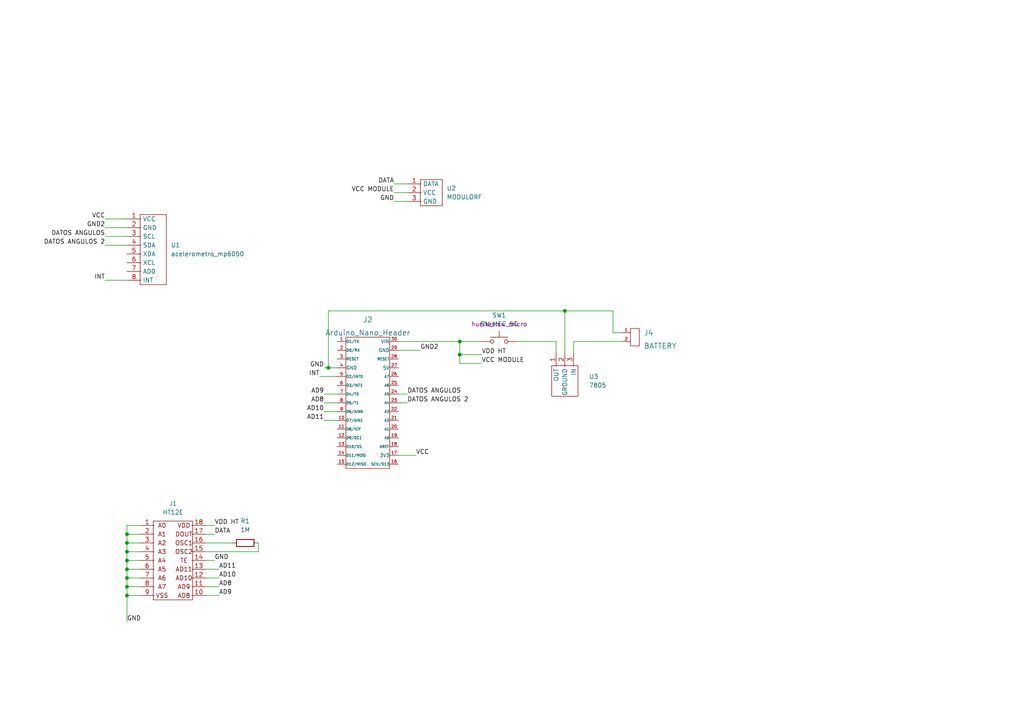
<source format=kicad_sch>
(kicad_sch (version 20211123) (generator eeschema)

  (uuid 698d0aaf-842a-4ae0-88bf-aa8aee364e6f)

  (paper "A4")

  (lib_symbols
    (symbol "Device:R" (pin_numbers hide) (pin_names (offset 0)) (in_bom yes) (on_board yes)
      (property "Reference" "R" (id 0) (at 2.032 0 90)
        (effects (font (size 1.27 1.27)))
      )
      (property "Value" "R" (id 1) (at 0 0 90)
        (effects (font (size 1.27 1.27)))
      )
      (property "Footprint" "" (id 2) (at -1.778 0 90)
        (effects (font (size 1.27 1.27)) hide)
      )
      (property "Datasheet" "~" (id 3) (at 0 0 0)
        (effects (font (size 1.27 1.27)) hide)
      )
      (property "ki_keywords" "R res resistor" (id 4) (at 0 0 0)
        (effects (font (size 1.27 1.27)) hide)
      )
      (property "ki_description" "Resistor" (id 5) (at 0 0 0)
        (effects (font (size 1.27 1.27)) hide)
      )
      (property "ki_fp_filters" "R_*" (id 6) (at 0 0 0)
        (effects (font (size 1.27 1.27)) hide)
      )
      (symbol "R_0_1"
        (rectangle (start -1.016 -2.54) (end 1.016 2.54)
          (stroke (width 0.254) (type default) (color 0 0 0 0))
          (fill (type none))
        )
      )
      (symbol "R_1_1"
        (pin passive line (at 0 3.81 270) (length 1.27)
          (name "~" (effects (font (size 1.27 1.27))))
          (number "1" (effects (font (size 1.27 1.27))))
        )
        (pin passive line (at 0 -3.81 90) (length 1.27)
          (name "~" (effects (font (size 1.27 1.27))))
          (number "2" (effects (font (size 1.27 1.27))))
        )
      )
    )
    (symbol "EESTN5:Arduino_Nano_Header" (pin_names (offset 0.0254)) (in_bom yes) (on_board yes)
      (property "Reference" "J" (id 0) (at 0 20.32 0)
        (effects (font (size 1.524 1.524)))
      )
      (property "Value" "Arduino_Nano_Header" (id 1) (at 0 -20.32 0)
        (effects (font (size 1.524 1.524)))
      )
      (property "Footprint" "" (id 2) (at 0 0 0)
        (effects (font (size 1.524 1.524)))
      )
      (property "Datasheet" "" (id 3) (at 0 0 0)
        (effects (font (size 1.524 1.524)))
      )
      (symbol "Arduino_Nano_Header_0_1"
        (rectangle (start 6.35 -19.05) (end -6.35 19.05)
          (stroke (width 0) (type default) (color 0 0 0 0))
          (fill (type none))
        )
      )
      (symbol "Arduino_Nano_Header_1_1"
        (pin passive line (at -8.89 17.78 0) (length 2.54)
          (name "D1/TX" (effects (font (size 0.7874 0.7874))))
          (number "1" (effects (font (size 0.889 0.889))))
        )
        (pin passive line (at -8.89 -5.08 0) (length 2.54)
          (name "D7/AIN1" (effects (font (size 0.762 0.762))))
          (number "10" (effects (font (size 0.889 0.889))))
        )
        (pin passive line (at -8.89 -7.62 0) (length 2.54)
          (name "D8/ICP" (effects (font (size 0.762 0.762))))
          (number "11" (effects (font (size 0.889 0.889))))
        )
        (pin passive line (at -8.89 -10.16 0) (length 2.54)
          (name "D9/0C1" (effects (font (size 0.762 0.762))))
          (number "12" (effects (font (size 0.889 0.889))))
        )
        (pin passive line (at -8.89 -12.7 0) (length 2.54)
          (name "D10/SS" (effects (font (size 0.762 0.762))))
          (number "13" (effects (font (size 0.889 0.889))))
        )
        (pin passive line (at -8.89 -15.24 0) (length 2.54)
          (name "D11/MOSI" (effects (font (size 0.762 0.762))))
          (number "14" (effects (font (size 0.889 0.889))))
        )
        (pin passive line (at -8.89 -17.78 0) (length 2.54)
          (name "D12/MISO" (effects (font (size 0.762 0.762))))
          (number "15" (effects (font (size 0.889 0.889))))
        )
        (pin passive line (at 8.89 -17.78 180) (length 2.54)
          (name "SCK/D13" (effects (font (size 0.762 0.762))))
          (number "16" (effects (font (size 0.889 0.889))))
        )
        (pin passive line (at 8.89 -15.24 180) (length 2.54)
          (name "3V3" (effects (font (size 0.9906 0.9906))))
          (number "17" (effects (font (size 0.889 0.889))))
        )
        (pin passive line (at 8.89 -12.7 180) (length 2.54)
          (name "AREF" (effects (font (size 0.762 0.762))))
          (number "18" (effects (font (size 0.889 0.889))))
        )
        (pin passive line (at 8.89 -10.16 180) (length 2.54)
          (name "A0" (effects (font (size 0.762 0.762))))
          (number "19" (effects (font (size 0.889 0.889))))
        )
        (pin passive line (at -8.89 15.24 0) (length 2.54)
          (name "D0/RX" (effects (font (size 0.7874 0.7874))))
          (number "2" (effects (font (size 0.889 0.889))))
        )
        (pin passive line (at 8.89 -7.62 180) (length 2.54)
          (name "A1" (effects (font (size 0.762 0.762))))
          (number "20" (effects (font (size 0.889 0.889))))
        )
        (pin passive line (at 8.89 -5.08 180) (length 2.54)
          (name "A2" (effects (font (size 0.762 0.762))))
          (number "21" (effects (font (size 0.889 0.889))))
        )
        (pin passive line (at 8.89 -2.54 180) (length 2.54)
          (name "A3" (effects (font (size 0.762 0.762))))
          (number "22" (effects (font (size 0.889 0.889))))
        )
        (pin passive line (at 8.89 0 180) (length 2.54)
          (name "A4" (effects (font (size 0.762 0.762))))
          (number "23" (effects (font (size 0.889 0.889))))
        )
        (pin passive line (at 8.89 2.54 180) (length 2.54)
          (name "A5" (effects (font (size 0.762 0.762))))
          (number "24" (effects (font (size 0.889 0.889))))
        )
        (pin passive line (at 8.89 5.08 180) (length 2.54)
          (name "A6" (effects (font (size 0.762 0.762))))
          (number "25" (effects (font (size 0.889 0.889))))
        )
        (pin passive line (at 8.89 7.62 180) (length 2.54)
          (name "A7" (effects (font (size 0.762 0.762))))
          (number "26" (effects (font (size 0.889 0.889))))
        )
        (pin passive line (at 8.89 10.16 180) (length 2.54)
          (name "5V" (effects (font (size 0.9906 0.9906))))
          (number "27" (effects (font (size 0.889 0.889))))
        )
        (pin passive line (at 8.89 12.7 180) (length 2.54)
          (name "RESET" (effects (font (size 0.762 0.762))))
          (number "28" (effects (font (size 0.889 0.889))))
        )
        (pin passive line (at 8.89 15.24 180) (length 2.54)
          (name "GND" (effects (font (size 0.9906 0.9906))))
          (number "29" (effects (font (size 0.889 0.889))))
        )
        (pin passive line (at -8.89 12.7 0) (length 2.54)
          (name "RESET" (effects (font (size 0.7874 0.7874))))
          (number "3" (effects (font (size 0.889 0.889))))
        )
        (pin passive line (at 8.89 17.78 180) (length 2.54)
          (name "VIN" (effects (font (size 0.9906 0.9906))))
          (number "30" (effects (font (size 0.889 0.889))))
        )
        (pin passive line (at -8.89 10.16 0) (length 2.54)
          (name "GND" (effects (font (size 0.9906 0.9906))))
          (number "4" (effects (font (size 0.889 0.889))))
        )
        (pin passive line (at -8.89 7.62 0) (length 2.54)
          (name "D2/INT0" (effects (font (size 0.762 0.762))))
          (number "5" (effects (font (size 0.889 0.889))))
        )
        (pin passive line (at -8.89 5.08 0) (length 2.54)
          (name "D3/INT1" (effects (font (size 0.762 0.762))))
          (number "6" (effects (font (size 0.889 0.889))))
        )
        (pin passive line (at -8.89 2.54 0) (length 2.54)
          (name "D4/T0" (effects (font (size 0.762 0.762))))
          (number "7" (effects (font (size 0.889 0.889))))
        )
        (pin passive line (at -8.89 0 0) (length 2.54)
          (name "D5/T1" (effects (font (size 0.762 0.762))))
          (number "8" (effects (font (size 0.889 0.889))))
        )
        (pin passive line (at -8.89 -2.54 0) (length 2.54)
          (name "D6/AIN0" (effects (font (size 0.762 0.762))))
          (number "9" (effects (font (size 0.889 0.889))))
        )
      )
    )
    (symbol "EESTN5:HEADER_2" (pin_names (offset 0)) (in_bom yes) (on_board yes)
      (property "Reference" "J" (id 0) (at 1.27 3.81 0)
        (effects (font (size 1.524 1.524)))
      )
      (property "Value" "HEADER_2" (id 1) (at 1.27 -5.08 0)
        (effects (font (size 1.524 1.524)))
      )
      (property "Footprint" "" (id 2) (at 0 6.35 0)
        (effects (font (size 1.524 1.524)))
      )
      (property "Datasheet" "" (id 3) (at 0 6.35 0)
        (effects (font (size 1.524 1.524)))
      )
      (property "ki_fp_filters" "SIL* HEADER* JST* PIN*" (id 4) (at 0 0 0)
        (effects (font (size 1.27 1.27)) hide)
      )
      (symbol "HEADER_2_0_1"
        (rectangle (start 0 2.54) (end 2.54 -2.54)
          (stroke (width 0) (type default) (color 0 0 0 0))
          (fill (type none))
        )
      )
      (symbol "HEADER_2_1_1"
        (pin passive line (at -2.54 1.27 0) (length 2.54)
          (name "~" (effects (font (size 1.27 1.27))))
          (number "1" (effects (font (size 0.889 0.889))))
        )
        (pin passive line (at -2.54 -1.27 0) (length 2.54)
          (name "~" (effects (font (size 1.27 1.27))))
          (number "2" (effects (font (size 0.889 0.889))))
        )
      )
    )
    (symbol "Switch:SW_MEC_5G" (pin_numbers hide) (pin_names (offset 1.016) hide) (in_bom yes) (on_board yes)
      (property "Reference" "SW" (id 0) (at 1.27 2.54 0)
        (effects (font (size 1.27 1.27)) (justify left))
      )
      (property "Value" "SW_MEC_5G" (id 1) (at 0 -1.524 0)
        (effects (font (size 1.27 1.27)))
      )
      (property "Footprint" "" (id 2) (at 0 5.08 0)
        (effects (font (size 1.27 1.27)) hide)
      )
      (property "Datasheet" "http://www.apem.com/int/index.php?controller=attachment&id_attachment=488" (id 3) (at 0 5.08 0)
        (effects (font (size 1.27 1.27)) hide)
      )
      (property "ki_keywords" "switch normally-open pushbutton push-button" (id 4) (at 0 0 0)
        (effects (font (size 1.27 1.27)) hide)
      )
      (property "ki_description" "MEC 5G single pole normally-open tactile switch" (id 5) (at 0 0 0)
        (effects (font (size 1.27 1.27)) hide)
      )
      (property "ki_fp_filters" "SW*MEC*5G*" (id 6) (at 0 0 0)
        (effects (font (size 1.27 1.27)) hide)
      )
      (symbol "SW_MEC_5G_0_1"
        (circle (center -2.032 0) (radius 0.508)
          (stroke (width 0) (type default) (color 0 0 0 0))
          (fill (type none))
        )
        (polyline
          (pts
            (xy 0 1.27)
            (xy 0 3.048)
          )
          (stroke (width 0) (type default) (color 0 0 0 0))
          (fill (type none))
        )
        (polyline
          (pts
            (xy 2.54 1.27)
            (xy -2.54 1.27)
          )
          (stroke (width 0) (type default) (color 0 0 0 0))
          (fill (type none))
        )
        (circle (center 2.032 0) (radius 0.508)
          (stroke (width 0) (type default) (color 0 0 0 0))
          (fill (type none))
        )
        (pin passive line (at -5.08 0 0) (length 2.54)
          (name "A" (effects (font (size 1.27 1.27))))
          (number "1" (effects (font (size 1.27 1.27))))
        )
        (pin passive line (at 5.08 0 180) (length 2.54)
          (name "B" (effects (font (size 1.27 1.27))))
          (number "3" (effects (font (size 1.27 1.27))))
        )
      )
      (symbol "SW_MEC_5G_1_1"
        (pin passive line (at -5.08 0 0) (length 2.54) hide
          (name "A" (effects (font (size 1.27 1.27))))
          (number "2" (effects (font (size 1.27 1.27))))
        )
        (pin passive line (at 5.08 0 180) (length 2.54) hide
          (name "B" (effects (font (size 1.27 1.27))))
          (number "4" (effects (font (size 1.27 1.27))))
        )
      )
    )
    (symbol "benitez:7805" (in_bom yes) (on_board yes)
      (property "Reference" "U" (id 0) (at 0 0 0)
        (effects (font (size 1.27 1.27)))
      )
      (property "Value" "7805" (id 1) (at 0 -2.54 0)
        (effects (font (size 1.27 1.27)))
      )
      (property "Footprint" "" (id 2) (at 0 0 0)
        (effects (font (size 1.27 1.27)) hide)
      )
      (property "Datasheet" "" (id 3) (at 0 0 0)
        (effects (font (size 1.27 1.27)) hide)
      )
      (symbol "7805_0_1"
        (rectangle (start -2.54 13.97) (end 6.35 6.35)
          (stroke (width 0) (type default) (color 0 0 0 0))
          (fill (type none))
        )
        (rectangle (start -2.54 16.51) (end -2.54 16.51)
          (stroke (width 0) (type default) (color 0 0 0 0))
          (fill (type none))
        )
      )
      (symbol "7805_1_1"
        (pin input line (at -6.35 7.62 0) (length 4.064)
          (name "OUT" (effects (font (size 1.27 1.27))))
          (number "1" (effects (font (size 1.27 1.27))))
        )
        (pin input line (at -6.35 10.16 0) (length 4.064)
          (name "GROUND" (effects (font (size 1.27 1.27))))
          (number "2" (effects (font (size 1.27 1.27))))
        )
        (pin input line (at -6.35 12.7 0) (length 4.064)
          (name "IN" (effects (font (size 1.27 1.27))))
          (number "3" (effects (font (size 1.27 1.27))))
        )
      )
    )
    (symbol "benitez:MODULORF" (in_bom yes) (on_board yes)
      (property "Reference" "U" (id 0) (at 0 -5.08 0)
        (effects (font (size 1.27 1.27)))
      )
      (property "Value" "MODULORF" (id 1) (at 0 -2.54 0)
        (effects (font (size 1.27 1.27)))
      )
      (property "Footprint" "" (id 2) (at 0 0 0)
        (effects (font (size 1.27 1.27)) hide)
      )
      (property "Datasheet" "" (id 3) (at 0 0 0)
        (effects (font (size 1.27 1.27)) hide)
      )
      (symbol "MODULORF_0_1"
        (rectangle (start -1.27 7.62) (end 5.08 0)
          (stroke (width 0) (type default) (color 0 0 0 0))
          (fill (type none))
        )
      )
      (symbol "MODULORF_1_1"
        (pin input line (at -5.08 6.35 0) (length 4.064)
          (name "DATA" (effects (font (size 1.27 1.27))))
          (number "1" (effects (font (size 1.27 1.27))))
        )
        (pin power_in line (at -5.08 3.81 0) (length 4.064)
          (name "VCC" (effects (font (size 1.27 1.27))))
          (number "2" (effects (font (size 1.27 1.27))))
        )
        (pin power_in line (at -5.08 1.27 0) (length 4.064)
          (name "GND" (effects (font (size 1.27 1.27))))
          (number "3" (effects (font (size 1.27 1.27))))
        )
      )
    )
    (symbol "proyecto benitez:HT12E" (pin_names (offset 1.016) hide) (in_bom yes) (on_board yes)
      (property "Reference" "J?" (id 0) (at 1.27 13.97 0)
        (effects (font (size 1.27 1.27)))
      )
      (property "Value" "HT12E" (id 1) (at 0 11.43 0)
        (effects (font (size 1.27 1.27)))
      )
      (property "Footprint" "" (id 2) (at -2.54 0 0)
        (effects (font (size 1.27 1.27)) hide)
      )
      (property "Datasheet" "~" (id 3) (at -2.54 0 0)
        (effects (font (size 1.27 1.27)) hide)
      )
      (property "ki_keywords" "connector" (id 4) (at 0 0 0)
        (effects (font (size 1.27 1.27)) hide)
      )
      (property "ki_description" "DIN41612 connector, double row (AC) even pins only, 02x08, script generated (kicad-library-utils/schlib/autogen/connector/)" (id 5) (at 0 0 0)
        (effects (font (size 1.27 1.27)) hide)
      )
      (property "ki_fp_filters" "DIN41612*2x*" (id 6) (at 0 0 0)
        (effects (font (size 1.27 1.27)) hide)
      )
      (symbol "HT12E_0_0"
        (text "A0" (at -2.54 7.62 0)
          (effects (font (size 1.27 1.27)))
        )
        (text "A1" (at -2.54 5.08 0)
          (effects (font (size 1.27 1.27)))
        )
        (text "A2" (at -2.54 2.54 0)
          (effects (font (size 1.27 1.27)))
        )
        (text "A3" (at -2.54 0 0)
          (effects (font (size 1.27 1.27)))
        )
        (text "A4" (at -2.54 -2.54 0)
          (effects (font (size 1.27 1.27)))
        )
        (text "A5" (at -2.54 -5.08 0)
          (effects (font (size 1.27 1.27)))
        )
        (text "A6" (at -2.54 -7.62 0)
          (effects (font (size 1.27 1.27)))
        )
        (text "A7" (at -2.54 -10.16 0)
          (effects (font (size 1.27 1.27)))
        )
        (text "AD10" (at 3.81 -7.62 0)
          (effects (font (size 1.27 1.27)))
        )
        (text "AD11" (at 3.81 -5.08 0)
          (effects (font (size 1.27 1.27)))
        )
        (text "AD8" (at 3.81 -12.7 0)
          (effects (font (size 1.27 1.27)))
        )
        (text "AD9" (at 3.81 -10.16 0)
          (effects (font (size 1.27 1.27)))
        )
        (text "DOUT" (at 3.81 5.08 0)
          (effects (font (size 1.27 1.27)))
        )
        (text "OSC1" (at 3.81 2.54 0)
          (effects (font (size 1.27 1.27)))
        )
        (text "OSC2" (at 3.81 0 0)
          (effects (font (size 1.27 1.27)))
        )
        (text "TE" (at 3.81 -2.54 0)
          (effects (font (size 1.27 1.27)))
        )
        (text "VDD" (at 3.81 7.62 0)
          (effects (font (size 1.27 1.27)))
        )
        (text "VSS" (at -2.54 -12.7 0)
          (effects (font (size 1.27 1.27)))
        )
      )
      (symbol "HT12E_0_1"
        (rectangle (start -5.08 8.89) (end 6.35 -13.97)
          (stroke (width 0) (type default) (color 0 0 0 0))
          (fill (type none))
        )
      )
      (symbol "HT12E_1_1"
        (pin output line (at -8.89 7.62 0) (length 4.064)
          (name "A0" (effects (font (size 1.27 1.27))))
          (number "1" (effects (font (size 1.27 1.27))))
        )
        (pin input line (at 10.16 -12.7 180) (length 4.064)
          (name "" (effects (font (size 1.27 1.27))))
          (number "10" (effects (font (size 1.27 1.27))))
        )
        (pin input line (at 10.16 -10.16 180) (length 4.064)
          (name "" (effects (font (size 1.27 1.27))))
          (number "11" (effects (font (size 1.27 1.27))))
        )
        (pin input line (at 10.16 -7.62 180) (length 4.064)
          (name "" (effects (font (size 1.27 1.27))))
          (number "12" (effects (font (size 1.27 1.27))))
        )
        (pin input line (at 10.16 -5.08 180) (length 4.064)
          (name "" (effects (font (size 1.27 1.27))))
          (number "13" (effects (font (size 1.27 1.27))))
        )
        (pin input line (at 10.16 -2.54 180) (length 4.064)
          (name "" (effects (font (size 1.27 1.27))))
          (number "14" (effects (font (size 1.27 1.27))))
        )
        (pin input line (at 10.16 0 180) (length 4.064)
          (name "" (effects (font (size 1.27 1.27))))
          (number "15" (effects (font (size 1.27 1.27))))
        )
        (pin input line (at 10.16 2.54 180) (length 4.064)
          (name "" (effects (font (size 1.27 1.27))))
          (number "16" (effects (font (size 1.27 1.27))))
        )
        (pin input line (at 10.16 5.08 180) (length 4.064)
          (name "" (effects (font (size 1.27 1.27))))
          (number "17" (effects (font (size 1.27 1.27))))
        )
        (pin input line (at 10.16 7.62 180) (length 4.064)
          (name "" (effects (font (size 1.27 1.27))))
          (number "18" (effects (font (size 1.27 1.27))))
        )
        (pin input line (at -8.89 5.08 0) (length 4.064)
          (name "A1" (effects (font (size 1.27 1.27))))
          (number "2" (effects (font (size 1.27 1.27))))
        )
        (pin input line (at -8.89 2.54 0) (length 4.064)
          (name "" (effects (font (size 1.27 1.27))))
          (number "3" (effects (font (size 1.27 1.27))))
        )
        (pin input line (at -8.89 0 0) (length 4.064)
          (name "" (effects (font (size 1.27 1.27))))
          (number "4" (effects (font (size 1.27 1.27))))
        )
        (pin input line (at -8.89 -2.54 0) (length 4.064)
          (name "" (effects (font (size 1.27 1.27))))
          (number "5" (effects (font (size 1.27 1.27))))
        )
        (pin input line (at -8.89 -5.08 0) (length 4.064)
          (name "" (effects (font (size 1.27 1.27))))
          (number "6" (effects (font (size 1.27 1.27))))
        )
        (pin input line (at -8.89 -7.62 0) (length 4.064)
          (name "" (effects (font (size 1.27 1.27))))
          (number "7" (effects (font (size 1.27 1.27))))
        )
        (pin input line (at -8.89 -10.16 0) (length 4.064)
          (name "" (effects (font (size 1.27 1.27))))
          (number "8" (effects (font (size 1.27 1.27))))
        )
        (pin input line (at -8.89 -12.7 0) (length 4.064)
          (name "" (effects (font (size 1.27 1.27))))
          (number "9" (effects (font (size 1.27 1.27))))
        )
      )
    )
    (symbol "proyecto benitez:acelerometro_mp6050" (in_bom yes) (on_board yes)
      (property "Reference" "U" (id 0) (at 0 0 0)
        (effects (font (size 1.27 1.27)))
      )
      (property "Value" "acelerometro_mp6050" (id 1) (at 0 -2.54 0)
        (effects (font (size 1.27 1.27)))
      )
      (property "Footprint" "" (id 2) (at 0 0 0)
        (effects (font (size 1.27 1.27)) hide)
      )
      (property "Datasheet" "" (id 3) (at 0 0 0)
        (effects (font (size 1.27 1.27)) hide)
      )
      (symbol "acelerometro_mp6050_0_1"
        (rectangle (start -1.27 22.86) (end 6.35 2.54)
          (stroke (width 0) (type default) (color 0 0 0 0))
          (fill (type none))
        )
      )
      (symbol "acelerometro_mp6050_1_1"
        (pin power_in line (at -5.08 21.59 0) (length 4.064)
          (name "VCC" (effects (font (size 1.27 1.27))))
          (number "1" (effects (font (size 1.27 1.27))))
        )
        (pin power_in line (at -5.08 19.05 0) (length 4.064)
          (name "GND" (effects (font (size 1.27 1.27))))
          (number "2" (effects (font (size 1.27 1.27))))
        )
        (pin output line (at -5.08 16.51 0) (length 4.064)
          (name "SCL" (effects (font (size 1.27 1.27))))
          (number "3" (effects (font (size 1.27 1.27))))
        )
        (pin output line (at -5.08 13.97 0) (length 4.064)
          (name "SDA" (effects (font (size 1.27 1.27))))
          (number "4" (effects (font (size 1.27 1.27))))
        )
        (pin output line (at -5.08 11.43 0) (length 4.064)
          (name "XDA" (effects (font (size 1.27 1.27))))
          (number "5" (effects (font (size 1.27 1.27))))
        )
        (pin output line (at -5.08 8.89 0) (length 4.064)
          (name "XCL" (effects (font (size 1.27 1.27))))
          (number "6" (effects (font (size 1.27 1.27))))
        )
        (pin output line (at -5.08 6.35 0) (length 4.064)
          (name "AD0" (effects (font (size 1.27 1.27))))
          (number "7" (effects (font (size 1.27 1.27))))
        )
        (pin input line (at -5.08 3.81 0) (length 4.064)
          (name "INT" (effects (font (size 1.27 1.27))))
          (number "8" (effects (font (size 1.27 1.27))))
        )
      )
    )
  )

  (junction (at 36.83 162.56) (diameter 0) (color 0 0 0 0)
    (uuid 0a0c9664-0f98-4634-8eec-62d80397a7cd)
  )
  (junction (at 36.83 167.64) (diameter 0) (color 0 0 0 0)
    (uuid 14b819ff-e5ac-49ae-a265-99d48393a693)
  )
  (junction (at 36.83 157.48) (diameter 0) (color 0 0 0 0)
    (uuid 4dd9093c-58ca-4155-8b63-b5b7b256e630)
  )
  (junction (at 36.83 170.18) (diameter 0) (color 0 0 0 0)
    (uuid 586fe29b-4092-47a8-859c-23511c2e85f0)
  )
  (junction (at 133.35 102.87) (diameter 0) (color 0 0 0 0)
    (uuid 8bd02402-63e6-43dd-afc4-e4385a066966)
  )
  (junction (at 95.25 106.68) (diameter 0) (color 0 0 0 0)
    (uuid a2d6ddbd-82fd-4dc0-acb0-f65dc545e5f9)
  )
  (junction (at 163.83 90.17) (diameter 0) (color 0 0 0 0)
    (uuid b0bab563-cc40-47b9-941a-60f34a17b6d8)
  )
  (junction (at 36.83 165.1) (diameter 0) (color 0 0 0 0)
    (uuid c59bcb48-1689-4251-b898-987aaf6600d5)
  )
  (junction (at 133.35 99.06) (diameter 0) (color 0 0 0 0)
    (uuid dbd4486e-c56a-4b92-93d5-13068156a30c)
  )
  (junction (at 36.83 160.02) (diameter 0) (color 0 0 0 0)
    (uuid e54ba06f-2ed4-4fd7-9c16-1534d4bf8800)
  )
  (junction (at 36.83 172.72) (diameter 0) (color 0 0 0 0)
    (uuid eae03f71-61c7-4b96-a9ea-340dcba022fc)
  )
  (junction (at 36.83 154.94) (diameter 0) (color 0 0 0 0)
    (uuid fc1e99e3-f494-4f0e-9079-da4de035746f)
  )

  (wire (pts (xy 115.57 116.84) (xy 118.11 116.84))
    (stroke (width 0) (type default) (color 0 0 0 0))
    (uuid 0422034d-4850-40ad-a68b-c0d4a248e39b)
  )
  (wire (pts (xy 133.35 102.87) (xy 133.35 105.41))
    (stroke (width 0) (type default) (color 0 0 0 0))
    (uuid 05ba8998-d711-4c50-829f-5e0078be5991)
  )
  (wire (pts (xy 36.83 180.34) (xy 36.83 172.72))
    (stroke (width 0) (type default) (color 0 0 0 0))
    (uuid 0a4fa085-f4cd-4a7e-898a-ea0bd02203ff)
  )
  (wire (pts (xy 30.48 66.04) (xy 36.83 66.04))
    (stroke (width 0) (type default) (color 0 0 0 0))
    (uuid 0b9e097d-08d8-46ba-afcc-b1291dd27eb4)
  )
  (wire (pts (xy 114.3 53.34) (xy 118.11 53.34))
    (stroke (width 0) (type default) (color 0 0 0 0))
    (uuid 0c501bc0-c6fe-4adf-bd82-ba7db880e0aa)
  )
  (wire (pts (xy 133.35 99.06) (xy 139.7 99.06))
    (stroke (width 0) (type default) (color 0 0 0 0))
    (uuid 0f25e5da-7af9-4f98-8de5-3fe2ac179203)
  )
  (wire (pts (xy 93.98 121.92) (xy 97.79 121.92))
    (stroke (width 0) (type default) (color 0 0 0 0))
    (uuid 1525aa0d-b6df-44d7-8785-f6745e6873ea)
  )
  (wire (pts (xy 30.48 63.5) (xy 36.83 63.5))
    (stroke (width 0) (type default) (color 0 0 0 0))
    (uuid 185e93fb-c945-4c28-b8e0-cfce3ffb6b7e)
  )
  (wire (pts (xy 30.48 68.58) (xy 36.83 68.58))
    (stroke (width 0) (type default) (color 0 0 0 0))
    (uuid 1a232899-b8bf-470d-b065-8f6892465a1d)
  )
  (wire (pts (xy 133.35 105.41) (xy 139.7 105.41))
    (stroke (width 0) (type default) (color 0 0 0 0))
    (uuid 2cecab77-5c90-4f9b-b7be-a45d3490b036)
  )
  (wire (pts (xy 74.93 160.02) (xy 74.93 157.48))
    (stroke (width 0) (type default) (color 0 0 0 0))
    (uuid 30b1186f-9e37-4451-9f17-531f493cf08d)
  )
  (wire (pts (xy 59.69 167.64) (xy 63.5 167.64))
    (stroke (width 0) (type default) (color 0 0 0 0))
    (uuid 35029d91-c9b5-41ae-8074-3b84ad6f79fd)
  )
  (wire (pts (xy 59.69 152.4) (xy 62.23 152.4))
    (stroke (width 0) (type default) (color 0 0 0 0))
    (uuid 3563ba87-50b5-4483-bf83-beed5314d707)
  )
  (wire (pts (xy 36.83 167.64) (xy 40.64 167.64))
    (stroke (width 0) (type default) (color 0 0 0 0))
    (uuid 3bb0f1cc-7754-4ce0-9211-c41a58372d51)
  )
  (wire (pts (xy 59.69 157.48) (xy 67.31 157.48))
    (stroke (width 0) (type default) (color 0 0 0 0))
    (uuid 3c6d0f22-cde1-4421-aa41-f2529d93a4fe)
  )
  (wire (pts (xy 36.83 152.4) (xy 40.64 152.4))
    (stroke (width 0) (type default) (color 0 0 0 0))
    (uuid 3e5f60da-e812-49a0-81e2-29e6739a8860)
  )
  (wire (pts (xy 114.3 55.88) (xy 118.11 55.88))
    (stroke (width 0) (type default) (color 0 0 0 0))
    (uuid 3f41c6ba-f298-40c9-8797-dc7c30d899b8)
  )
  (wire (pts (xy 36.83 167.64) (xy 36.83 165.1))
    (stroke (width 0) (type default) (color 0 0 0 0))
    (uuid 4240130c-698b-49c9-b954-db62b3285f7f)
  )
  (wire (pts (xy 36.83 154.94) (xy 40.64 154.94))
    (stroke (width 0) (type default) (color 0 0 0 0))
    (uuid 446c5895-ce11-4037-bbd5-1d0e89ed8616)
  )
  (wire (pts (xy 93.98 116.84) (xy 97.79 116.84))
    (stroke (width 0) (type default) (color 0 0 0 0))
    (uuid 4a90a05d-1360-4c08-bd7d-904fb50fcbe8)
  )
  (wire (pts (xy 115.57 101.6) (xy 121.92 101.6))
    (stroke (width 0) (type default) (color 0 0 0 0))
    (uuid 5b32d09f-dd37-4919-8a9d-c1002865484c)
  )
  (wire (pts (xy 36.83 162.56) (xy 36.83 160.02))
    (stroke (width 0) (type default) (color 0 0 0 0))
    (uuid 5c3bff68-e8fd-4543-aac9-da8dbca418d0)
  )
  (wire (pts (xy 92.71 109.22) (xy 97.79 109.22))
    (stroke (width 0) (type default) (color 0 0 0 0))
    (uuid 61cce8fd-ad3e-4580-8f95-b8187162dc89)
  )
  (wire (pts (xy 59.69 170.18) (xy 63.5 170.18))
    (stroke (width 0) (type default) (color 0 0 0 0))
    (uuid 659456af-402d-4cf5-ad6b-5a32defd541f)
  )
  (wire (pts (xy 93.98 119.38) (xy 97.79 119.38))
    (stroke (width 0) (type default) (color 0 0 0 0))
    (uuid 67fb0bb1-f8b4-49bb-bff9-6d2201ebef61)
  )
  (wire (pts (xy 115.57 99.06) (xy 133.35 99.06))
    (stroke (width 0) (type default) (color 0 0 0 0))
    (uuid 681d6a68-ffbf-4177-a2d2-fba6e527b6cd)
  )
  (wire (pts (xy 36.83 172.72) (xy 36.83 170.18))
    (stroke (width 0) (type default) (color 0 0 0 0))
    (uuid 68dc521d-04cc-4f0d-bdd6-0669468a87d6)
  )
  (wire (pts (xy 36.83 170.18) (xy 36.83 167.64))
    (stroke (width 0) (type default) (color 0 0 0 0))
    (uuid 6e77553c-0d81-41a1-a274-3b1c26700629)
  )
  (wire (pts (xy 36.83 165.1) (xy 40.64 165.1))
    (stroke (width 0) (type default) (color 0 0 0 0))
    (uuid 74619d5e-c61f-447e-922e-a3900b17360e)
  )
  (wire (pts (xy 166.37 102.235) (xy 166.37 99.06))
    (stroke (width 0) (type default) (color 0 0 0 0))
    (uuid 769cb937-9889-47a2-bd5b-f08dd31ffe13)
  )
  (wire (pts (xy 163.83 90.17) (xy 177.8 90.17))
    (stroke (width 0) (type default) (color 0 0 0 0))
    (uuid 7b6c5564-a3d0-4a08-8a20-847fb3700ee8)
  )
  (wire (pts (xy 59.69 160.02) (xy 74.93 160.02))
    (stroke (width 0) (type default) (color 0 0 0 0))
    (uuid 7f649979-23ed-46e5-91e9-dc5b602764a1)
  )
  (wire (pts (xy 59.69 162.56) (xy 62.23 162.56))
    (stroke (width 0) (type default) (color 0 0 0 0))
    (uuid 85969d0c-522a-44ca-b36b-60f59ee96c58)
  )
  (wire (pts (xy 115.57 132.08) (xy 120.65 132.08))
    (stroke (width 0) (type default) (color 0 0 0 0))
    (uuid 881222d9-4fbc-4ad5-9fad-77ed05e6c910)
  )
  (wire (pts (xy 177.8 96.52) (xy 180.34 96.52))
    (stroke (width 0) (type default) (color 0 0 0 0))
    (uuid 89f95dbb-8cc1-41ae-8c04-5f0347bca6ab)
  )
  (wire (pts (xy 36.83 162.56) (xy 40.64 162.56))
    (stroke (width 0) (type default) (color 0 0 0 0))
    (uuid 9091efaa-bb03-4e99-ae07-67f8b46681c2)
  )
  (wire (pts (xy 93.98 106.68) (xy 95.25 106.68))
    (stroke (width 0) (type default) (color 0 0 0 0))
    (uuid 90c54943-3057-4ab1-95ab-100bafc3eece)
  )
  (wire (pts (xy 59.69 165.1) (xy 63.5 165.1))
    (stroke (width 0) (type default) (color 0 0 0 0))
    (uuid 90d2efcb-5b38-4c5f-a0aa-6dd6408d000d)
  )
  (wire (pts (xy 114.3 58.42) (xy 118.11 58.42))
    (stroke (width 0) (type default) (color 0 0 0 0))
    (uuid 9c35c74b-3636-4f3b-aa1d-d44c1d27c973)
  )
  (wire (pts (xy 30.48 81.28) (xy 36.83 81.28))
    (stroke (width 0) (type default) (color 0 0 0 0))
    (uuid 9cac9ce2-4461-45fe-b10c-2e3762cfba21)
  )
  (wire (pts (xy 36.83 160.02) (xy 40.64 160.02))
    (stroke (width 0) (type default) (color 0 0 0 0))
    (uuid a0c89f39-6b89-46f1-9e76-320ea2eafe23)
  )
  (wire (pts (xy 133.35 102.87) (xy 139.7 102.87))
    (stroke (width 0) (type default) (color 0 0 0 0))
    (uuid a86f0b18-de38-4588-a0b1-4abe08428656)
  )
  (wire (pts (xy 163.83 90.17) (xy 163.83 102.235))
    (stroke (width 0) (type default) (color 0 0 0 0))
    (uuid ab8a5693-94ec-4908-9b3c-400a34a2b18b)
  )
  (wire (pts (xy 93.98 114.3) (xy 97.79 114.3))
    (stroke (width 0) (type default) (color 0 0 0 0))
    (uuid af3089ee-adeb-4b39-94fb-238b296606dd)
  )
  (wire (pts (xy 59.69 172.72) (xy 63.5 172.72))
    (stroke (width 0) (type default) (color 0 0 0 0))
    (uuid b05e6126-6282-4112-9396-b54e8eb6cd2a)
  )
  (wire (pts (xy 36.83 170.18) (xy 40.64 170.18))
    (stroke (width 0) (type default) (color 0 0 0 0))
    (uuid b43527e7-9b23-4de1-a6da-e1eed28e09cc)
  )
  (wire (pts (xy 95.25 106.68) (xy 97.79 106.68))
    (stroke (width 0) (type default) (color 0 0 0 0))
    (uuid b62dc5c9-2324-4995-b142-a512b6ce348a)
  )
  (wire (pts (xy 95.25 90.17) (xy 163.83 90.17))
    (stroke (width 0) (type default) (color 0 0 0 0))
    (uuid bdbb99e5-9554-469e-9955-2471de71b66f)
  )
  (wire (pts (xy 36.83 157.48) (xy 40.64 157.48))
    (stroke (width 0) (type default) (color 0 0 0 0))
    (uuid c2175177-d6d3-4e00-b61f-265a3cb1c357)
  )
  (wire (pts (xy 36.83 157.48) (xy 36.83 154.94))
    (stroke (width 0) (type default) (color 0 0 0 0))
    (uuid c5318435-ef9b-4127-ab72-4a2225bb7313)
  )
  (wire (pts (xy 115.57 114.3) (xy 118.11 114.3))
    (stroke (width 0) (type default) (color 0 0 0 0))
    (uuid d12a8fe0-383f-4277-a0e7-494a5edd66e5)
  )
  (wire (pts (xy 59.69 154.94) (xy 62.23 154.94))
    (stroke (width 0) (type default) (color 0 0 0 0))
    (uuid d56e682b-6e78-4caf-8da0-9c6d4b9836ee)
  )
  (wire (pts (xy 177.8 90.17) (xy 177.8 96.52))
    (stroke (width 0) (type default) (color 0 0 0 0))
    (uuid d62e1737-a9f4-4826-b6d9-156695df5457)
  )
  (wire (pts (xy 36.83 165.1) (xy 36.83 162.56))
    (stroke (width 0) (type default) (color 0 0 0 0))
    (uuid d95db5d6-f977-4bee-a3b8-ee4482056415)
  )
  (wire (pts (xy 95.25 106.68) (xy 95.25 90.17))
    (stroke (width 0) (type default) (color 0 0 0 0))
    (uuid dd6403e1-9bbe-46b1-9f2a-542300bcc407)
  )
  (wire (pts (xy 161.29 99.06) (xy 161.29 102.235))
    (stroke (width 0) (type default) (color 0 0 0 0))
    (uuid e136e197-e196-42a8-a9cb-132b09c708e2)
  )
  (wire (pts (xy 30.48 71.12) (xy 36.83 71.12))
    (stroke (width 0) (type default) (color 0 0 0 0))
    (uuid e1c58f7c-e5de-494b-be1c-49c35d28f74c)
  )
  (wire (pts (xy 149.86 99.06) (xy 161.29 99.06))
    (stroke (width 0) (type default) (color 0 0 0 0))
    (uuid e2b0f356-678c-4ca5-a1c7-993b7f1bc923)
  )
  (wire (pts (xy 36.83 160.02) (xy 36.83 157.48))
    (stroke (width 0) (type default) (color 0 0 0 0))
    (uuid eb61e276-0cea-410f-a87e-1b54ca723a69)
  )
  (wire (pts (xy 166.37 99.06) (xy 180.34 99.06))
    (stroke (width 0) (type default) (color 0 0 0 0))
    (uuid ed90359e-d4c4-44c4-8c48-4a19c6e5a128)
  )
  (wire (pts (xy 36.83 154.94) (xy 36.83 152.4))
    (stroke (width 0) (type default) (color 0 0 0 0))
    (uuid edca90e6-bbc8-4395-864a-94b1f40f4164)
  )
  (wire (pts (xy 133.35 99.06) (xy 133.35 102.87))
    (stroke (width 0) (type default) (color 0 0 0 0))
    (uuid ede4eadc-de11-46f0-b4ee-b4dc42f220a2)
  )
  (wire (pts (xy 36.83 172.72) (xy 40.64 172.72))
    (stroke (width 0) (type default) (color 0 0 0 0))
    (uuid f28459e0-d6ec-4737-a176-857895293a9e)
  )

  (label "AD11" (at 63.5 165.1 0)
    (effects (font (size 1.27 1.27)) (justify left bottom))
    (uuid 0189ebc5-2ebd-48f7-88be-7e0881aaa25a)
  )
  (label "DATA" (at 114.3 53.34 180)
    (effects (font (size 1.27 1.27)) (justify right bottom))
    (uuid 068074e1-d5d2-4531-aa17-b588e6364a44)
  )
  (label "GND2" (at 121.92 101.6 0)
    (effects (font (size 1.27 1.27)) (justify left bottom))
    (uuid 08e9efce-0ac3-4b77-adcf-c24bc2235760)
  )
  (label "VCC" (at 30.48 63.5 180)
    (effects (font (size 1.27 1.27)) (justify right bottom))
    (uuid 13c817af-d43f-43db-8ead-67f3afb469af)
  )
  (label "GND2" (at 30.48 66.04 180)
    (effects (font (size 1.27 1.27)) (justify right bottom))
    (uuid 1a29df74-ce84-4a06-892c-b39b37a64029)
  )
  (label "VCC MODULE" (at 114.3 55.88 180)
    (effects (font (size 1.27 1.27)) (justify right bottom))
    (uuid 1a5f8041-2e21-44ca-be7a-47d40bdbc302)
  )
  (label "DATOS ANGULOS" (at 30.48 68.58 180)
    (effects (font (size 1.27 1.27)) (justify right bottom))
    (uuid 1ac56e65-0b5e-49a8-951c-52d4b1a26fd9)
  )
  (label "AD10" (at 93.98 119.38 180)
    (effects (font (size 1.27 1.27)) (justify right bottom))
    (uuid 1b1ea0f0-753e-469d-9a9f-65c723cfa9da)
  )
  (label "DATOS ANGULOS 2" (at 30.48 71.12 180)
    (effects (font (size 1.27 1.27)) (justify right bottom))
    (uuid 37a2464e-a149-4834-afd3-9154fa25999f)
  )
  (label "AD9" (at 93.98 114.3 180)
    (effects (font (size 1.27 1.27)) (justify right bottom))
    (uuid 3e584da0-230d-4805-9a83-86142f64e42f)
  )
  (label "VDD HT" (at 62.23 152.4 0)
    (effects (font (size 1.27 1.27)) (justify left bottom))
    (uuid 3eea9b70-8f65-4a58-9890-c14c92c85c1c)
  )
  (label "DATA" (at 62.23 154.94 0)
    (effects (font (size 1.27 1.27)) (justify left bottom))
    (uuid 531eb36c-41cb-4b15-94b0-3e902a68146c)
  )
  (label "AD8" (at 93.98 116.84 180)
    (effects (font (size 1.27 1.27)) (justify right bottom))
    (uuid 5ae6c52a-08ab-4feb-b3a0-3222fa5a27b5)
  )
  (label "GND" (at 62.23 162.56 0)
    (effects (font (size 1.27 1.27)) (justify left bottom))
    (uuid 654adfbe-5b8a-4a85-9347-151920e54b89)
  )
  (label "GND" (at 93.98 106.68 180)
    (effects (font (size 1.27 1.27)) (justify right bottom))
    (uuid 7712e6f4-8f6f-4280-a36e-e2fd749646cb)
  )
  (label "VDD HT" (at 139.7 102.87 0)
    (effects (font (size 1.27 1.27)) (justify left bottom))
    (uuid 7b3e41fc-39c1-4977-be51-3a3ef2bea311)
  )
  (label "VCC MODULE" (at 139.7 105.41 0)
    (effects (font (size 1.27 1.27)) (justify left bottom))
    (uuid 9dc5e013-a4a4-4008-81d9-34dce172c5ea)
  )
  (label "AD10" (at 63.5 167.64 0)
    (effects (font (size 1.27 1.27)) (justify left bottom))
    (uuid 9dd0c413-39dc-4212-a3af-ed4348a5474b)
  )
  (label "AD9" (at 63.5 172.72 0)
    (effects (font (size 1.27 1.27)) (justify left bottom))
    (uuid 9ff6bed3-9db9-414f-9e16-0562c6b49e69)
  )
  (label "GND" (at 114.3 58.42 180)
    (effects (font (size 1.27 1.27)) (justify right bottom))
    (uuid bb04aa2e-87c3-45f7-9abe-9c1547e7424b)
  )
  (label "VCC" (at 120.65 132.08 0)
    (effects (font (size 1.27 1.27)) (justify left bottom))
    (uuid bb339cbb-c72c-4791-a1c9-1ad45d13d339)
  )
  (label "AD11" (at 93.98 121.92 180)
    (effects (font (size 1.27 1.27)) (justify right bottom))
    (uuid bd56aa8b-848f-42db-9d30-46e9e132cf1e)
  )
  (label "INT" (at 92.71 109.22 180)
    (effects (font (size 1.27 1.27)) (justify right bottom))
    (uuid c1c010c6-c4be-40e9-865f-9dfa203f20fb)
  )
  (label "INT" (at 30.48 81.28 180)
    (effects (font (size 1.27 1.27)) (justify right bottom))
    (uuid c9c6f03f-a35c-4915-acd3-3aa2ba64a074)
  )
  (label "DATOS ANGULOS" (at 118.11 114.3 0)
    (effects (font (size 1.27 1.27)) (justify left bottom))
    (uuid e5b16637-0329-4d5d-8e6d-57244e555933)
  )
  (label "DATOS ANGULOS 2" (at 118.11 116.84 0)
    (effects (font (size 1.27 1.27)) (justify left bottom))
    (uuid e80cf832-4ce5-4bda-8385-6c678394e08a)
  )
  (label "GND" (at 36.83 180.34 0)
    (effects (font (size 1.27 1.27)) (justify left bottom))
    (uuid ea14bd55-4746-430c-b92e-898b3d14b760)
  )
  (label "AD8" (at 63.5 170.18 0)
    (effects (font (size 1.27 1.27)) (justify left bottom))
    (uuid f6adb82a-155b-4c11-88eb-e90caec21e00)
  )

  (symbol (lib_id "Device:R") (at 71.12 157.48 90) (unit 1)
    (in_bom yes) (on_board yes) (fields_autoplaced)
    (uuid 1e89d986-468c-4db2-ad33-fc44b4ba56f1)
    (property "Reference" "R1" (id 0) (at 71.12 151.13 90))
    (property "Value" "1M" (id 1) (at 71.12 153.67 90))
    (property "Footprint" "" (id 2) (at 71.12 159.258 90)
      (effects (font (size 1.27 1.27)) hide)
    )
    (property "Datasheet" "~" (id 3) (at 71.12 157.48 0)
      (effects (font (size 1.27 1.27)) hide)
    )
    (pin "1" (uuid 1fed23bd-8c82-4e29-9c93-d48afabe41ca))
    (pin "2" (uuid 7a606fac-b26f-4d53-8141-0d6bfdbc179f))
  )

  (symbol (lib_id "Switch:SW_MEC_5G") (at 144.78 99.06 0) (unit 1)
    (in_bom yes) (on_board yes) (fields_autoplaced)
    (uuid 2955e5b0-26df-4acd-9c66-e40b36d2aeb0)
    (property "Reference" "SW1" (id 0) (at 144.78 91.44 0))
    (property "Value" "" (id 1) (at 144.78 93.98 0))
    (property "Footprint" "" (id 2) (at 144.78 93.98 0))
    (property "Datasheet" "http://www.apem.com/int/index.php?controller=attachment&id_attachment=488" (id 3) (at 144.78 93.98 0)
      (effects (font (size 1.27 1.27)) hide)
    )
    (pin "1" (uuid 214f3e61-7785-4c3f-be3e-33f876f2c574))
    (pin "3" (uuid d3f5554f-df3b-445a-a666-94182cd518f2))
    (pin "2" (uuid 50fcb6bf-bff3-4f26-b5c6-12dab57b5d38))
    (pin "4" (uuid 3b71748a-6d27-47eb-a6bf-cc3f33503f27))
  )

  (symbol (lib_id "proyecto benitez:acelerometro_mp6050") (at 41.91 85.09 0) (unit 1)
    (in_bom yes) (on_board yes) (fields_autoplaced)
    (uuid 5478486c-f912-4ef8-84f4-564dd8f03b79)
    (property "Reference" "U1" (id 0) (at 49.53 71.1199 0)
      (effects (font (size 1.27 1.27)) (justify left))
    )
    (property "Value" "acelerometro_mp6050" (id 1) (at 49.53 73.6599 0)
      (effects (font (size 1.27 1.27)) (justify left))
    )
    (property "Footprint" "" (id 2) (at 41.91 85.09 0)
      (effects (font (size 1.27 1.27)) hide)
    )
    (property "Datasheet" "" (id 3) (at 41.91 85.09 0)
      (effects (font (size 1.27 1.27)) hide)
    )
    (pin "1" (uuid 664e3df3-4a8e-4aa4-a030-21bf96579fd4))
    (pin "2" (uuid 755b82f6-50c6-46da-9c9e-b12bedaa8f51))
    (pin "3" (uuid 7cb883fe-20d5-4371-b2da-ec1018016cb4))
    (pin "4" (uuid 0c134900-0832-44fb-88b8-069f41ed3b33))
    (pin "5" (uuid 630fdbf9-b0fd-41f6-9d21-3335c938e8b9))
    (pin "6" (uuid f911129d-041b-414f-88c6-24e18059bc04))
    (pin "7" (uuid 6af6f5d0-6054-4957-a31b-df5a1f44c2ee))
    (pin "8" (uuid dd923cab-9598-4317-acef-c06d5c64eefa))
  )

  (symbol (lib_id "benitez:MODULORF") (at 123.19 59.69 0) (unit 1)
    (in_bom yes) (on_board yes) (fields_autoplaced)
    (uuid 5c9da671-b7df-4a19-885c-c5a296c048a5)
    (property "Reference" "U2" (id 0) (at 129.54 54.6099 0)
      (effects (font (size 1.27 1.27)) (justify left))
    )
    (property "Value" "" (id 1) (at 129.54 57.1499 0)
      (effects (font (size 1.27 1.27)) (justify left))
    )
    (property "Footprint" "" (id 2) (at 123.19 59.69 0)
      (effects (font (size 1.27 1.27)) hide)
    )
    (property "Datasheet" "" (id 3) (at 123.19 59.69 0)
      (effects (font (size 1.27 1.27)) hide)
    )
    (pin "1" (uuid bc0dcb8e-2e23-499b-9d46-3d55d0c37270))
    (pin "2" (uuid 4f52727b-3f44-45ed-9784-a932881243b1))
    (pin "3" (uuid c0e61a3b-b6a5-442d-bdc1-2abd01aa9ccd))
  )

  (symbol (lib_id "EESTN5:HEADER_2") (at 182.88 97.79 0) (unit 1)
    (in_bom yes) (on_board yes) (fields_autoplaced)
    (uuid 7d4bcc60-0f1c-44d7-a02c-74d4a6df2673)
    (property "Reference" "J4" (id 0) (at 186.69 96.52 0)
      (effects (font (size 1.524 1.524)) (justify left))
    )
    (property "Value" "BATTERY" (id 1) (at 186.69 100.33 0)
      (effects (font (size 1.524 1.524)) (justify left))
    )
    (property "Footprint" "" (id 2) (at 182.88 91.44 0)
      (effects (font (size 1.524 1.524)) hide)
    )
    (property "Datasheet" "" (id 3) (at 182.88 91.44 0)
      (effects (font (size 1.524 1.524)))
    )
    (pin "1" (uuid 764cbf2c-7beb-45b1-9677-22ebd1aecc08))
    (pin "2" (uuid cfdd7ce7-8e06-40b0-90b1-cb915c1ecdbc))
  )

  (symbol (lib_id "EESTN5:Arduino_Nano_Header") (at 106.68 116.84 0) (unit 1)
    (in_bom yes) (on_board yes) (fields_autoplaced)
    (uuid 7dbac81b-bb63-44d3-821d-b942cf44dff2)
    (property "Reference" "J2" (id 0) (at 106.68 92.71 0)
      (effects (font (size 1.524 1.524)))
    )
    (property "Value" "Arduino_Nano_Header" (id 1) (at 106.68 96.52 0)
      (effects (font (size 1.524 1.524)))
    )
    (property "Footprint" "" (id 2) (at 106.68 116.84 0)
      (effects (font (size 1.524 1.524)) hide)
    )
    (property "Datasheet" "" (id 3) (at 106.68 116.84 0)
      (effects (font (size 1.524 1.524)))
    )
    (pin "1" (uuid 34ba6652-74d2-4662-863f-08b47bb70d34))
    (pin "10" (uuid f5bfc491-9ce1-4c99-950b-18e10bf4face))
    (pin "11" (uuid 1b7cd1c7-9697-490e-845d-c088453b02f0))
    (pin "12" (uuid d7a453cd-a45c-4964-8310-ac3835d684a7))
    (pin "13" (uuid a61e7864-ed39-4318-8570-1bb831c85221))
    (pin "14" (uuid 53e302b0-f4a2-49cc-b943-fa469ace89e1))
    (pin "15" (uuid bb3fa618-a04a-4fcf-bd2b-987721896ccb))
    (pin "16" (uuid 0b047868-6f87-4c24-b2c1-486cb06c67ab))
    (pin "17" (uuid 425ed6b2-a8bd-4b4a-92ee-5465e3a24533))
    (pin "18" (uuid 073b9082-e34e-4937-b237-291b1f932e09))
    (pin "19" (uuid 14bc0808-33ca-42b7-964a-d318ef08d83e))
    (pin "2" (uuid decbcd18-9ffe-4ba4-b862-bda8ce71245f))
    (pin "20" (uuid c80dc8bc-aa28-4fc2-9632-13f75cbaaee4))
    (pin "21" (uuid 611a964a-b9d4-4098-ba70-17244ba43922))
    (pin "22" (uuid 47eae46e-573c-4a9a-b62d-d9a0954260cb))
    (pin "23" (uuid 2521910f-b2c6-4e9a-8ba9-a18ca988da3a))
    (pin "24" (uuid f45f9242-aeb5-46a4-a442-2de3fbe07a7a))
    (pin "25" (uuid 340c3450-f197-4dea-aebc-b74d70013217))
    (pin "26" (uuid 3dbf2a88-d815-488c-aab2-ec1b6ac67fa0))
    (pin "27" (uuid 956a509a-1251-461a-bc8d-8494f9680ed1))
    (pin "28" (uuid bb07e307-1e13-4ec2-890b-c9bd3dcba965))
    (pin "29" (uuid 945b4e11-d57e-494a-aef5-b1bb0d899dd3))
    (pin "3" (uuid fc8b7b27-ee60-4214-9372-d13234cbac1b))
    (pin "30" (uuid 67f216cd-7460-434d-bca3-2f9633ea8009))
    (pin "4" (uuid 7b2c6603-1066-4b38-b5df-4ff96e5d6819))
    (pin "5" (uuid 7ae08b67-adff-457a-867c-61cb97f22fb8))
    (pin "6" (uuid 9c465609-6e59-435a-b2ba-93066070af7b))
    (pin "7" (uuid 97c96692-3012-4fc7-8a7a-a32399a0b291))
    (pin "8" (uuid b6d8d86f-9a82-4a4f-a726-91dad5e93b35))
    (pin "9" (uuid 807aa310-d256-4969-87ea-0f25f6c73799))
  )

  (symbol (lib_id "benitez:7805") (at 153.67 108.585 270) (unit 1)
    (in_bom yes) (on_board yes) (fields_autoplaced)
    (uuid 9c39dfe2-ff89-4031-ab9c-f64f7e7a98ca)
    (property "Reference" "U3" (id 0) (at 170.815 109.2199 90)
      (effects (font (size 1.27 1.27)) (justify left))
    )
    (property "Value" "" (id 1) (at 170.815 111.7599 90)
      (effects (font (size 1.27 1.27)) (justify left))
    )
    (property "Footprint" "" (id 2) (at 153.67 108.585 0)
      (effects (font (size 1.27 1.27)) hide)
    )
    (property "Datasheet" "" (id 3) (at 153.67 108.585 0)
      (effects (font (size 1.27 1.27)) hide)
    )
    (pin "1" (uuid 01f9f8d2-c1a4-4c19-8876-f0aa4c59c48e))
    (pin "2" (uuid 9c4ca043-a562-413e-93c0-44c439c38f48))
    (pin "3" (uuid 1a1346f9-ba9f-4c77-90ee-18d527b20ae9))
  )

  (symbol (lib_id "proyecto benitez:HT12E") (at 49.53 160.02 0) (unit 1)
    (in_bom yes) (on_board yes) (fields_autoplaced)
    (uuid dcd68724-808b-4823-b988-50b26335fc87)
    (property "Reference" "J1" (id 0) (at 50.1896 146.05 0))
    (property "Value" "HT12E" (id 1) (at 50.1896 148.59 0))
    (property "Footprint" "" (id 2) (at 46.99 160.02 0)
      (effects (font (size 1.27 1.27)) hide)
    )
    (property "Datasheet" "~" (id 3) (at 46.99 160.02 0)
      (effects (font (size 1.27 1.27)) hide)
    )
    (pin "1" (uuid 90167279-bbe5-4158-83e5-a8e3dbac704a))
    (pin "10" (uuid 17d972a8-e82c-42b4-ae40-4831af5c44e2))
    (pin "11" (uuid ab645912-c18d-48ed-bb31-3914659ee5ae))
    (pin "12" (uuid 4de8b018-1fe7-4f2b-b9e3-f971ca1d0aca))
    (pin "13" (uuid 4178216a-8023-4b77-98e8-e8aa93bedc67))
    (pin "14" (uuid 20698548-86ee-46ef-92d1-08356bdf1bb2))
    (pin "15" (uuid c5ae7e7f-5f27-4832-8a7f-0a60ccfff613))
    (pin "16" (uuid a488637f-cdaa-4a5e-88ff-3e4c5197667b))
    (pin "17" (uuid 3e10351c-7c34-484a-b5bc-ab7921b9aff8))
    (pin "18" (uuid 5ae099cf-bb97-4078-bb29-3cfcd096ab0f))
    (pin "2" (uuid 0defa621-42e1-4033-bd66-e9d788a8710a))
    (pin "3" (uuid 6933f564-e74d-4b2a-98f3-6b12b7ba0b9f))
    (pin "4" (uuid 99af372a-4824-411d-8f78-302936fdefc3))
    (pin "5" (uuid 877532a9-0f4b-42c3-b4f9-cc69482ed99b))
    (pin "6" (uuid 033b9b3b-e00b-4555-81df-f378f78f4c0e))
    (pin "7" (uuid 6cb43282-c358-4105-a328-e97fefe4a94e))
    (pin "8" (uuid 7be8e418-5811-4c7f-babd-624159b8ba3d))
    (pin "9" (uuid 3b97b0f3-620c-48ff-bbc1-42a0c25a2fca))
  )

  (sheet_instances
    (path "/" (page "1"))
  )

  (symbol_instances
    (path "/dcd68724-808b-4823-b988-50b26335fc87"
      (reference "J1") (unit 1) (value "HT12E") (footprint "Package_DIP:DIP-18_W7.62mm")
    )
    (path "/7dbac81b-bb63-44d3-821d-b942cf44dff2"
      (reference "J2") (unit 1) (value "Arduino_Nano_Header") (footprint "EESTN5:arduino_nano_header")
    )
    (path "/7d4bcc60-0f1c-44d7-a02c-74d4a6df2673"
      (reference "J4") (unit 1) (value "BATTERY") (footprint "EESTN5:Pin_Header_2")
    )
    (path "/1e89d986-468c-4db2-ad33-fc44b4ba56f1"
      (reference "R1") (unit 1) (value "1M") (footprint "EESTN5:R_0805")
    )
    (path "/2955e5b0-26df-4acd-9c66-e40b36d2aeb0"
      (reference "SW1") (unit 1) (value "SW_MEC_5G") (footprint "huellas:sw micro")
    )
    (path "/5478486c-f912-4ef8-84f4-564dd8f03b79"
      (reference "U1") (unit 1) (value "acelerometro_mp6050") (footprint "EESTN5:Pin_Header_Straight_1x08")
    )
    (path "/5c9da671-b7df-4a19-885c-c5a296c048a5"
      (reference "U2") (unit 1) (value "MODULORF") (footprint "EESTN5:Pin_Header_3")
    )
    (path "/9c39dfe2-ff89-4031-ab9c-f64f7e7a98ca"
      (reference "U3") (unit 1) (value "7805") (footprint "EESTN5:Pin_Header_3")
    )
  )
)

</source>
